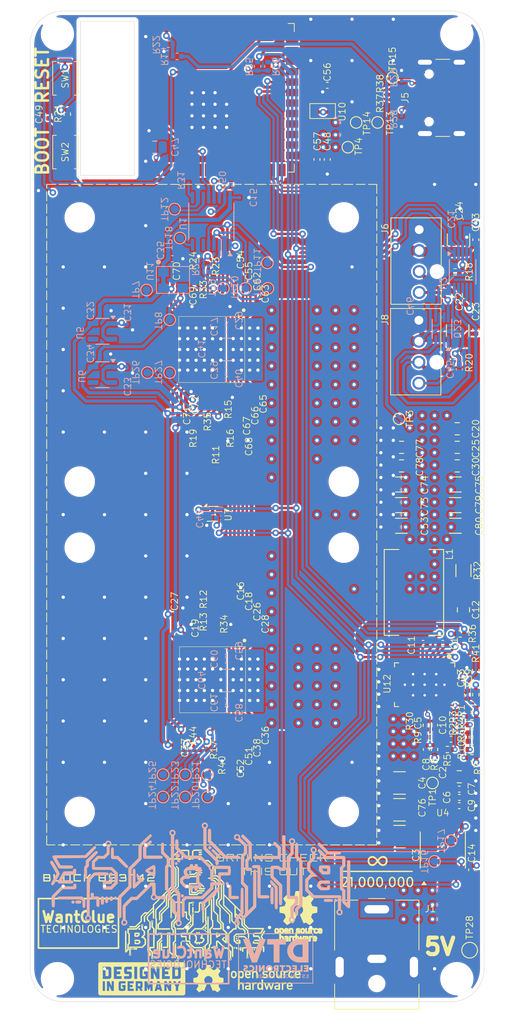
<source format=kicad_pcb>
(kicad_pcb
	(version 20240108)
	(generator "pcbnew")
	(generator_version "8.0")
	(general
		(thickness 1.6)
		(legacy_teardrops no)
	)
	(paper "A4")
	(layers
		(0 "F.Cu" signal)
		(1 "In1.Cu" power)
		(2 "In2.Cu" jumper)
		(3 "In3.Cu" jumper)
		(4 "In4.Cu" power)
		(31 "B.Cu" signal)
		(32 "B.Adhes" user "B.Adhesive")
		(33 "F.Adhes" user "F.Adhesive")
		(34 "B.Paste" user)
		(35 "F.Paste" user)
		(36 "B.SilkS" user "B.Silkscreen")
		(37 "F.SilkS" user "F.Silkscreen")
		(38 "B.Mask" user)
		(39 "F.Mask" user)
		(40 "Dwgs.User" user "User.Drawings")
		(41 "Cmts.User" user "User.Comments")
		(42 "Eco1.User" user "User.Eco1")
		(43 "Eco2.User" user "User.Eco2")
		(44 "Edge.Cuts" user)
		(45 "Margin" user)
		(46 "B.CrtYd" user "B.Courtyard")
		(47 "F.CrtYd" user "F.Courtyard")
		(48 "B.Fab" user)
		(49 "F.Fab" user)
		(50 "User.1" user)
		(51 "User.2" user)
		(52 "User.3" user)
		(53 "User.4" user)
		(54 "User.5" user)
		(55 "User.6" user)
		(56 "User.7" user)
		(57 "User.8" user)
		(58 "User.9" user)
	)
	(setup
		(stackup
			(layer "F.SilkS"
				(type "Top Silk Screen")
			)
			(layer "F.Paste"
				(type "Top Solder Paste")
			)
			(layer "F.Mask"
				(type "Top Solder Mask")
				(thickness 0.01)
			)
			(layer "F.Cu"
				(type "copper")
				(thickness 0.035)
			)
			(layer "dielectric 1"
				(type "prepreg")
				(thickness 0.1)
				(material "FR4")
				(epsilon_r 4.5)
				(loss_tangent 0.02)
			)
			(layer "In1.Cu"
				(type "copper")
				(thickness 0.035)
			)
			(layer "dielectric 2"
				(type "core")
				(thickness 0.535)
				(material "FR4")
				(epsilon_r 4.5)
				(loss_tangent 0.02)
			)
			(layer "In2.Cu"
				(type "copper")
				(thickness 0.035)
			)
			(layer "dielectric 3"
				(type "prepreg")
				(thickness 0.1)
				(material "FR4")
				(epsilon_r 4.5)
				(loss_tangent 0.02)
			)
			(layer "In3.Cu"
				(type "copper")
				(thickness 0.035)
			)
			(layer "dielectric 4"
				(type "core")
				(thickness 0.535)
				(material "FR4")
				(epsilon_r 4.5)
				(loss_tangent 0.02)
			)
			(layer "In4.Cu"
				(type "copper")
				(thickness 0.035)
			)
			(layer "dielectric 5"
				(type "prepreg")
				(thickness 0.1)
				(material "FR4")
				(epsilon_r 4.5)
				(loss_tangent 0.02)
			)
			(layer "B.Cu"
				(type "copper")
				(thickness 0.035)
			)
			(layer "B.Mask"
				(type "Bottom Solder Mask")
				(thickness 0.01)
			)
			(layer "B.Paste"
				(type "Bottom Solder Paste")
			)
			(layer "B.SilkS"
				(type "Bottom Silk Screen")
			)
			(copper_finish "ENIG")
			(dielectric_constraints no)
		)
		(pad_to_mask_clearance 0)
		(allow_soldermask_bridges_in_footprints no)
		(pcbplotparams
			(layerselection 0x00010fc_ffffffff)
			(plot_on_all_layers_selection 0x0000000_00000000)
			(disableapertmacros no)
			(usegerberextensions no)
			(usegerberattributes yes)
			(usegerberadvancedattributes yes)
			(creategerberjobfile no)
			(dashed_line_dash_ratio 12.000000)
			(dashed_line_gap_ratio 3.000000)
			(svgprecision 4)
			(plotframeref no)
			(viasonmask no)
			(mode 1)
			(useauxorigin no)
			(hpglpennumber 1)
			(hpglpenspeed 20)
			(hpglpendiameter 15.000000)
			(pdf_front_fp_property_popups yes)
			(pdf_back_fp_property_popups yes)
			(dxfpolygonmode yes)
			(dxfimperialunits yes)
			(dxfusepcbnewfont yes)
			(psnegative no)
			(psa4output no)
			(plotreference yes)
			(plotvalue no)
			(plotfptext yes)
			(plotinvisibletext no)
			(sketchpadsonfab no)
			(subtractmaskfromsilk yes)
			(outputformat 1)
			(mirror no)
			(drillshape 0)
			(scaleselection 1)
			(outputdirectory "../gerber/")
		)
	)
	(net 0 "")
	(net 1 "GND")
	(net 2 "VDD")
	(net 3 "unconnected-(U8-GPIO9{slash}TOUCH9{slash}ADC1_CH8{slash}FSPIHD{slash}SUBSPIHD-Pad17)")
	(net 4 "/Domain/0V8")
	(net 5 "/ESP32/USB_D-")
	(net 6 "/ESP32/USB_D+")
	(net 7 "unconnected-(J5-SBU2-PadB8)")
	(net 8 "Net-(J5-D+-PadA6)")
	(net 9 "Net-(J5-D--PadA7)")
	(net 10 "unconnected-(J5-SBU1-PadA8)")
	(net 11 "Net-(J5-CC1)")
	(net 12 "Net-(J5-CC2)")
	(net 13 "/ESP32/IO0")
	(net 14 "unconnected-(U3-PIN_MODE-Pad19)")
	(net 15 "/Domain/1V2")
	(net 16 "/Power/AGND")
	(net 17 "Net-(U3-LITE_PAD)")
	(net 18 "Net-(J5-VBUS-PadA4)")
	(net 19 "Net-(U3-CI)")
	(net 20 "Net-(U12-DRTN)")
	(net 21 "Net-(U3-RI)")
	(net 22 "Net-(U3-BI)")
	(net 23 "Net-(U3-ROSC_SEL)")
	(net 24 "Net-(U12-BP1V5)")
	(net 25 "Net-(U12-AVIN)")
	(net 26 "Net-(U12-EN{slash}UVLO)")
	(net 27 "Net-(U12-VDD5)")
	(net 28 "/Power/SW")
	(net 29 "Net-(C12-Pad1)")
	(net 30 "Net-(U12-BOOT)")
	(net 31 "/Domain/I_BI")
	(net 32 "Net-(U3-RO)")
	(net 33 "Net-(U3-CLKI)")
	(net 34 "Net-(U12-GOSNS)")
	(net 35 "/Domain/NRSTO")
	(net 36 "/Domain/I_RO")
	(net 37 "unconnected-(U5-PG-Pad4)")
	(net 38 "unconnected-(U6-PG-Pad4)")
	(net 39 "Net-(U12-VOSNS)")
	(net 40 "unconnected-(U8-*GPIO46-Pad16)")
	(net 41 "unconnected-(U8-GPIO4{slash}TOUCH4{slash}ADC1_CH3-Pad4)")
	(net 42 "unconnected-(U8-GPIO5{slash}TOUCH5{slash}ADC1_CH4-Pad5)")
	(net 43 "unconnected-(U8-*GPIO45-Pad26)")
	(net 44 "/Domain/CLKI")
	(net 45 "Net-(U9-VDD1_0)")
	(net 46 "unconnected-(U8-U0RXD{slash}GPIO44{slash}CLK_OUT2-Pad36)")
	(net 47 "unconnected-(U8-GPIO21-Pad23)")
	(net 48 "unconnected-(U10-NC-Pad4)")
	(net 49 "unconnected-(U8-U0TXD{slash}GPIO43{slash}CLK_OUT1-Pad37)")
	(net 50 "Net-(U9-VDD2_0)")
	(net 51 "/TX")
	(net 52 "/RX")
	(net 53 "/RST")
	(net 54 "Net-(U9-VDD3_0)")
	(net 55 "Net-(U9-VDD3_1)")
	(net 56 "Net-(U9-VDD2_1)")
	(net 57 "Net-(U9-VDD1_1)")
	(net 58 "/Domain/I_CI")
	(net 59 "/Domain/I_NRSTI")
	(net 60 "Net-(U12-MSEL1)")
	(net 61 "unconnected-(U4-NC-Pad13)")
	(net 62 "/Power/SMB_ALRT")
	(net 63 "Net-(U3-VDD1_0)")
	(net 64 "Net-(U3-VDD2_0)")
	(net 65 "/ESP32/VDD_SAMPLE_0")
	(net 66 "Net-(U3-VDD3_0)")
	(net 67 "Net-(U3-VDD3_1)")
	(net 68 "Net-(U3-VDD2_1)")
	(net 69 "unconnected-(U7-ALERT-Pad3)")
	(net 70 "/Fan/FAN1_TACH")
	(net 71 "/Fan/FAN1_PWM")
	(net 72 "/Fan/FAN2_TACH")
	(net 73 "/Fan/FAN2_PWM")
	(net 74 "unconnected-(U2-*ALERT-Pad10)")
	(net 75 "unconnected-(U2-CLK-Pad9)")
	(net 76 "Net-(U3-VDD1_1)")
	(net 77 "Net-(U12-MSEL2)")
	(net 78 "Net-(U12-ADRSEL)")
	(net 79 "Net-(U12-VSEL)")
	(net 80 "Net-(U9-CO)")
	(net 81 "Net-(U9-RI)")
	(net 82 "Net-(U3-NRSTI)")
	(net 83 "/SCL")
	(net 84 "/SDA")
	(net 85 "Net-(U9-BO)")
	(net 86 "unconnected-(U8-GPIO7{slash}TOUCH7{slash}ADC1_CH6-Pad7)")
	(net 87 "unconnected-(U8-GPIO15{slash}U0RTS{slash}ADC2_CH4{slash}XTAL_32K_P-Pad8)")
	(net 88 "unconnected-(U8-GPIO10{slash}TOUCH10{slash}ADC1_CH9{slash}FSPICS0{slash}FSPIIO4{slash}SUBSPICS0-Pad18)")
	(net 89 "unconnected-(U8-SPIIO6{slash}GPIO35{slash}FSPID{slash}SUBSPID-Pad28)")
	(net 90 "unconnected-(U8-SPIDQS{slash}GPIO37{slash}FSPIQ{slash}SUBSPIQ-Pad30)")
	(net 91 "unconnected-(U8-GPIO38{slash}FSPIWP{slash}SUBSPIWP-Pad31)")
	(net 92 "unconnected-(U8-SPIIO7{slash}GPIO36{slash}FSPICLK{slash}SUBSPICLK-Pad29)")
	(net 93 "Net-(U9-ROSC_SEL)")
	(net 94 "unconnected-(U3-INV_CLKO-Pad12)")
	(net 95 "VIN")
	(net 96 "unconnected-(U8-GPIO11{slash}TOUCH11{slash}ADC2_CH0{slash}FSPID{slash}FSPIIO5{slash}SUBSPID-Pad19)")
	(net 97 "unconnected-(U8-GPIO12{slash}TOUCH12{slash}ADC2_CH1{slash}FSPICLK{slash}FSPIIO6{slash}SUBSPICLK-Pad20)")
	(net 98 "/ESP32/EN")
	(net 99 "unconnected-(U8-GPIO6{slash}TOUCH6{slash}ADC1_CH5-Pad6)")
	(net 100 "Net-(U3-CO)")
	(net 101 "Net-(U3-CLKO)")
	(net 102 "/Fan/PWM2")
	(net 103 "/Fan/PWM1")
	(net 104 "Net-(U3-BO)")
	(net 105 "Net-(U3-TEMP_N)")
	(net 106 "3V3")
	(net 107 "Net-(U3-TEMP_P)")
	(net 108 "Net-(U1-A1)")
	(net 109 "Net-(U1-OE)")
	(net 110 "Net-(U9-LITE_PAD)")
	(net 111 "Net-(U9-CLKO)")
	(net 112 "+5V")
	(net 113 "Net-(U1-B4)")
	(net 114 "/Power/PGOOD")
	(net 115 "unconnected-(U8-MTDI{slash}GPIO41{slash}CLK_OUT1-Pad34)")
	(net 116 "unconnected-(U8-MTMS{slash}GPIO42-Pad35)")
	(net 117 "unconnected-(U8-MTCK{slash}GPIO39{slash}CLK_OUT3{slash}SUBSPICS1-Pad32)")
	(net 118 "unconnected-(U8-MTDO{slash}GPIO40{slash}CLK_OUT2-Pad33)")
	(net 119 "Net-(U1-DIR4)")
	(net 120 "Net-(U9-TEMP_N)")
	(net 121 "Net-(U9-TEMP_P)")
	(net 122 "unconnected-(U1-A4-Pad6)")
	(net 123 "unconnected-(U9-PIN_MODE-Pad19)")
	(net 124 "unconnected-(U9-INV_CLKO-Pad12)")
	(net 125 "unconnected-(U12-BCX_CLK-Pad39)")
	(net 126 "unconnected-(U12-NC-Pad36)")
	(net 127 "unconnected-(U12-SYNC-Pad38)")
	(net 128 "unconnected-(U12-BCX_DAT-Pad40)")
	(net 129 "unconnected-(U12-VSHARE-Pad35)")
	(net 130 "/ESP32/INA_ALRT")
	(net 131 "/ESP32/PWR_EN")
	(footprint "Capacitor_SMD:C_0402_1005Metric" (layer "F.Cu") (at 81 63.98 -90))
	(footprint "BitForgeNano:TSSOP-16_4.4x5mm_P0.65mm" (layer "F.Cu") (at 95 147.62 90))
	(footprint "BitForgeNano:MountingHole_3.2mm_M3_ISO14580" (layer "F.Cu") (at 51 143 180))
	(footprint "Capacitor_SMD:C_0402_1005Metric" (layer "F.Cu") (at 97 141.25))
	(footprint "Capacitor_SMD:C_0402_1005Metric" (layer "F.Cu") (at 97 140.25))
	(footprint "BitForgeNano:" (layer "F.Cu") (at 48.3 163.200011 90))
	(footprint "BitForgeNano:R_0201_0603Metric" (layer "F.Cu") (at 66.6 76.9125 -90))
	(footprint "BitForgeNano:R_0201_0603Metric" (layer "F.Cu") (at 89 55.5))
	(footprint "BitForgeNano:MountingHole_3.2mm_M3_ISO14580" (layer "F.Cu") (at 51 111 180))
	(footprint "LOGO" (layer "F.Cu") (at 71.25 163.3))
	(footprint "BitForgeNano:MountingHole_3.2mm_M3_ISO14580" (layer "F.Cu") (at 83 103 180))
	(footprint "BitForgeNano:C_0201_0603Metric" (layer "F.Cu") (at 72 133.7 180))
	(footprint "Resistor_SMD:R_0402_1005Metric" (layer "F.Cu") (at 98.54 131.45 180))
	(footprint "BitForgeNano:USB_C_Receptacle_GCT_USB4105-xx-A_16P_TopMnt_Horizontal" (layer "F.Cu") (at 95.935 56.525 90))
	(footprint "Resistor_SMD:R_0402_1005Metric" (layer "F.Cu") (at 93 132.51 90))
	(footprint "Capacitor_SMD:C_0805_2012Metric" (layer "F.Cu") (at 90 98.85 180))
	(footprint "BitForgeNano:BarrelJack_CUI_PJ-063AH_Horizontal" (layer "F.Cu") (at 87 154.8))
	(footprint "BitForgeNano:C_0201_0603Metric" (layer "F.Cu") (at 69.6 116.155 -90))
	(footprint "BitForgeNano:C_0201_0603Metric" (layer "F.Cu") (at 70.1 117.855))
	(footprint "BitForgeNano:470531000" (layer "F.Cu") (at 92.1 83.46 -90))
	(footprint "Resistor_SMD:R_0402_1005Metric" (layer "F.Cu") (at 97.1 121.45 180))
	(footprint "Capacitor_SMD:C_1206_3216Metric" (layer "F.Cu") (at 96.525 108.35))
	(footprint "BitForgeNano:C_0201_0603Metric" (layer "F.Cu") (at 71.1 79.0125))
	(footprint "BitForgeNano:C_0201_0603Metric" (layer "F.Cu") (at 71.1 94.8 180))
	(footprint "BitForgeNano:" (layer "F.Cu") (at 96.7 163.200011 90))
	(footprint "BitForgeNano:C_0201_0603Metric" (layer "F.Cu") (at 70.1 136.1 180))
	(footprint "BitForgeNano:C_0201_0603Metric" (layer "F.Cu") (at 70.5 97.7 -90))
	(footprint "BitForgeNano:C_0201_0603Metric" (layer "F.Cu") (at 72 80.2125))
	(footprint "BitForgeNano:C_0201_0603Metric" (layer "F.Cu") (at 69.6 76.1125 -90))
	(footprint "Resistor_SMD:R_0402_1005Metric" (layer "F.Cu") (at 94 135.44 -90))
	(footprint "Resistor_SMD:R_0402_1005Metric"
		(layer "F.Cu")
		(uuid "3a79f35c-50a0-457a-a85d-50b8200c3ee2")
		(at 98.54 136.45)
		(descr "Resistor SMD 0402 (1005 Metric), square (rectangular) end terminal, IPC_7351 nominal, (Body size source: IPC-SM-782 page 72, https://www.pcb-3d.com/wordpress/wp-content/uploads/ipc-sm-782a_amendment_1_and_2.pdf), generated with kicad-footprint-generator")
		(tags "resistor")
		(property "Reference" "R7"
			(at 0.71 1.3 90)
			(unlocked yes)
			(layer "F.SilkS")
			(uuid "75478a63-e043-4659-b569-9d3e3a6178f9")
			(effects
				(font
					(size 0.8 0.8)
					(thickness 0.1)
				)
			)
		)
		(property "Value" "~"
			(at 0 1.17 0)
			(layer "F.Fab")
			(uuid "70bdf258-fe4e-4cf9-875b-7e877219d5c4")
			(effects
				(font
					(size 1 1)
					(thickness 0.15)
				)
			)
		)
		(property "Footprint" "Resistor_SMD:R_0402_1005Metric"
			(at 0 0 0)
			(unlocked yes)
			(layer "F.Fab")
			(hide yes)
			(uuid "19cd79ec-4cd1-4c6f-93ca-e906127a1d9f")
			(effects
				(font
					(size 1.27 1.27)
					(thickness 0.15)
				)
			)
		)
		(property "Datasheet" ""
			(at 0 0 0)
			(unlocked yes)
			(layer "F.Fab")
			(hide yes)
			(uuid "522230bc-e208-45c1-9e97-0fff9f09f5d7")
			(effects
				(font
					(size 1.27 1.27)
					(thickness 0.15)
				)
			)
		)
		(property "Description" "Resistor"
			(at 0 0 0)
			(unlocked yes)
			(layer "F.Fab")
			(hide yes)
			(uuid "0a06f7a0-9db7-4d98-b9f7-97e9d04332d6")
			(effects
				(font
					(size 1.27 1.27)
					(thickness 0.15)
				)
			)
		)
		(property "DK" ""
			(at 0 0 0)
			(unlocked yes)
			(layer "F.Fab")
			(hide yes)
			(uuid "fedc5678-ffd7-44e5-9164-79d8dac88b5f")
			(effects
				(font
					(size 1 1)
					(thickness 0.15)
				)
			)
		)
		(property "PARTNO" ""
			(at 0 0 180)
			(unlocked yes)
			(layer "F.Fab")
			(hide yes)
			(uuid "c3b645c6-9462-4303-9752-4a42f4698b92")
			(effects
				(font
					(size 1 1)
					(thickness 0.15)
				)
			)
		)
		(property "Symbol" ""
			(at 0 0 0)
			(unlocked yes)
			(layer "F.Fab")
			(hide yes)
			(uuid "a8a40fa0-7ccc-4865-91ff-fda563e42100")
			(effects
				(font
					(size 1 1)
					(thickness 0.15)
				)
			)
		)
		(property ki_fp_filters "R_*")
		(path "/36c1fe60-bc71-4a38-b1da-34ab9d3681cc/9ae7234b-08bc-4603-b6fb-f5e9effc5f1e")
		(sheetname "Power")
		(sheetfile "Power.kicad_sch")
		(attr smd dnp)
		(fp_line
			(start -0.153641 -0.38)
			(end 0.153641 -0.38)
			(stroke
				(width 0.12)
				(type solid)
			)
			(layer "F.SilkS")
			(uuid "31840be9-92f7-4729-9efd-4bb54739857e")
		)
		(fp_line
			(start -0.153641 0.38)
			(end 0.153641 0.38)
			(stroke
				(width 0.12)
				(type solid)
			)
			(layer "F.SilkS")
			(uuid "95f2349a-7a8d-4f34-9bd0-ad97b85e89f6")
		)
		(fp_line
			(start -0.93 -0.47)
			(end 0.93 -0.47)
			(stroke
				(width 0.05)
				(type solid)
			)
			(layer "F.CrtYd")

... [4469429 chars truncated]
</source>
